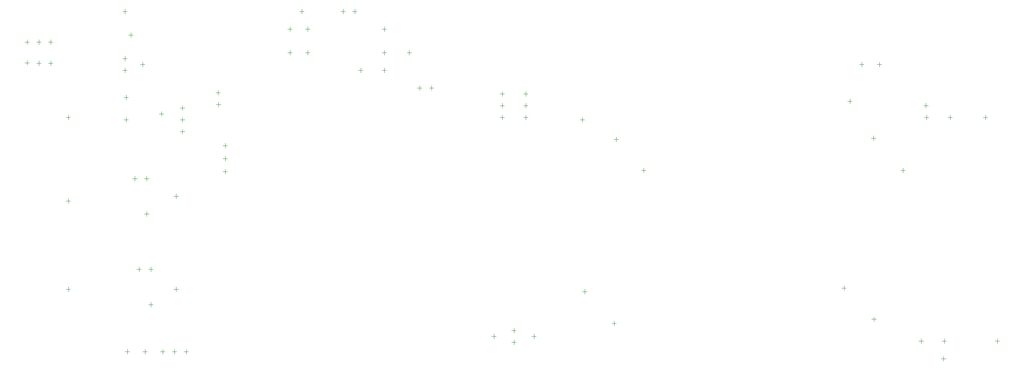
<source format=gbr>
G04*
G04 #@! TF.GenerationSoftware,Altium Limited,Altium Designer,24.1.2 (44)*
G04*
G04 Layer_Color=0*
%FSLAX25Y25*%
%MOIN*%
G70*
G04*
G04 #@! TF.SameCoordinates,DAD59E85-0841-476F-99BD-E5F442491B29*
G04*
G04*
G04 #@! TF.FilePolarity,Positive*
G04*
G01*
G75*
%ADD14C,0.00394*%
%ADD74C,0.00197*%
D14*
X1564921Y526398D02*
X1568858D01*
X1566890Y524429D02*
Y528366D01*
X1468032Y545000D02*
X1471968D01*
X1470000Y543032D02*
Y546969D01*
X1468032Y565000D02*
X1471968D01*
X1470000Y563031D02*
Y566968D01*
X1468032Y555000D02*
X1471968D01*
X1470000Y553031D02*
Y556968D01*
X1488031Y555000D02*
X1491969D01*
X1490000Y553031D02*
Y556968D01*
X1488031Y545000D02*
X1491969D01*
X1490000Y543032D02*
Y546969D01*
X1488031Y565000D02*
X1491969D01*
X1490000Y563031D02*
Y566968D01*
X1149032Y562000D02*
X1152969D01*
X1151000Y560032D02*
Y563969D01*
X1368032Y620000D02*
X1371968D01*
X1370000Y618032D02*
Y621969D01*
X1783480Y373546D02*
X1787417D01*
X1785448Y371578D02*
Y375515D01*
X1829488Y553031D02*
Y556968D01*
X1827520Y555000D02*
X1831457D01*
X1830000Y543032D02*
Y546969D01*
X1828032Y545000D02*
X1831968D01*
X1389331Y600000D02*
X1393268D01*
X1391299Y598032D02*
Y601968D01*
X1298032Y635000D02*
X1301968D01*
X1300000Y633032D02*
Y636969D01*
X1305000Y618032D02*
Y621969D01*
X1303032Y620000D02*
X1306968D01*
X1305000Y598032D02*
Y601968D01*
X1303032Y600000D02*
X1306968D01*
X1335000Y633032D02*
Y636969D01*
X1333031Y635000D02*
X1336969D01*
X1290000Y598032D02*
Y601968D01*
X1288031Y600000D02*
X1291969D01*
X1350000Y583032D02*
Y586969D01*
X1348032Y585000D02*
X1351968D01*
X1368032D02*
X1371968D01*
X1370000Y583032D02*
Y586969D01*
X1345000Y633032D02*
Y636969D01*
X1343032Y635000D02*
X1346968D01*
X1368032Y600000D02*
X1371968D01*
X1370000Y598032D02*
Y601968D01*
X1077000Y607031D02*
Y610968D01*
X1075031Y609000D02*
X1078969D01*
X1067000Y607031D02*
Y610968D01*
X1065032Y609000D02*
X1068968D01*
X1087000Y607031D02*
Y610968D01*
X1085032Y609000D02*
X1088968D01*
X1290000Y618032D02*
Y621969D01*
X1288031Y620000D02*
X1291969D01*
X1191429Y399110D02*
X1195366D01*
X1193398Y397142D02*
Y401079D01*
X1172000Y414032D02*
Y417969D01*
X1170032Y416000D02*
X1173969D01*
X1162000Y414032D02*
Y417969D01*
X1160032Y416000D02*
X1163968D01*
X1785181Y525367D02*
Y529304D01*
X1783212Y527335D02*
X1787149D01*
X1878032Y545000D02*
X1881968D01*
X1880000Y543032D02*
Y546969D01*
X1848031Y545000D02*
X1851969D01*
X1850000Y543032D02*
Y546969D01*
X1790000Y588031D02*
Y591968D01*
X1788032Y590000D02*
X1791969D01*
X1190032Y346000D02*
X1193968D01*
X1192000Y344032D02*
Y347969D01*
X1180031Y346000D02*
X1183969D01*
X1182000Y344032D02*
Y347969D01*
X1200031Y346000D02*
X1203969D01*
X1202000Y344032D02*
Y347969D01*
X1149032Y543000D02*
X1152969D01*
X1151000Y541032D02*
Y544969D01*
X1773031Y590000D02*
X1776969D01*
X1775000Y588031D02*
Y591968D01*
X1085032Y591000D02*
X1088968D01*
X1087000Y589032D02*
Y592969D01*
X1065032Y591488D02*
X1068968D01*
X1067000Y589520D02*
Y593457D01*
X1075031Y591000D02*
X1078969D01*
X1077000Y589032D02*
Y592969D01*
X1565000Y368032D02*
Y371969D01*
X1563031Y370000D02*
X1566969D01*
X1150000Y583032D02*
Y586969D01*
X1148032Y585000D02*
X1151968D01*
X1155000Y613031D02*
Y616968D01*
X1153032Y615000D02*
X1156968D01*
X1150000Y593032D02*
Y596969D01*
X1148032Y595000D02*
X1151968D01*
X1229488Y554032D02*
Y557969D01*
X1227520Y556000D02*
X1231457D01*
X1229000Y564032D02*
Y567969D01*
X1227032Y566000D02*
X1230968D01*
X1480000Y362032D02*
Y365968D01*
X1478032Y364000D02*
X1481968D01*
X1480000Y352031D02*
Y355968D01*
X1478032Y354000D02*
X1481968D01*
X1588031Y500000D02*
X1591969D01*
X1590000Y498032D02*
Y501968D01*
X1808031Y500000D02*
X1811968D01*
X1810000Y498032D02*
Y501968D01*
X1495032Y359000D02*
X1498969D01*
X1497000Y357031D02*
Y360968D01*
X1461032Y359000D02*
X1464968D01*
X1463000Y357031D02*
Y360968D01*
X1193398Y475921D02*
Y479858D01*
X1191429Y477890D02*
X1195366D01*
X1166429Y492890D02*
X1170366D01*
X1168398Y490921D02*
Y494858D01*
X1156429Y492890D02*
X1160366D01*
X1158398Y490921D02*
Y494858D01*
X1890000Y353031D02*
Y356968D01*
X1888032Y355000D02*
X1891969D01*
X1235000Y519031D02*
Y522968D01*
X1233031Y521000D02*
X1236969D01*
X1235000Y508032D02*
Y511969D01*
X1233031Y510000D02*
X1236969D01*
X1845000Y353031D02*
Y356968D01*
X1843032Y355000D02*
X1846968D01*
X1844488Y338032D02*
Y341968D01*
X1842520Y340000D02*
X1846457D01*
X1235000Y497031D02*
Y500969D01*
X1233031Y499000D02*
X1236969D01*
X1825512Y353031D02*
Y356968D01*
X1823543Y355000D02*
X1827480D01*
X1398032Y570000D02*
X1401968D01*
X1400000Y568032D02*
Y571969D01*
X1408031Y570000D02*
X1411969D01*
X1410000Y568032D02*
Y571969D01*
X1538000Y541032D02*
Y544969D01*
X1536032Y543000D02*
X1539968D01*
X1763032Y558701D02*
X1766969D01*
X1765000Y556732D02*
Y560669D01*
X1198701Y551031D02*
Y554969D01*
X1196732Y553000D02*
X1200669D01*
X1538031Y397011D02*
X1541969D01*
X1540000Y395042D02*
Y398979D01*
X1758031Y400000D02*
X1761968D01*
X1760000Y398031D02*
Y401968D01*
X1179031Y548000D02*
X1182969D01*
X1181000Y546032D02*
Y549968D01*
X1198701Y541032D02*
Y544969D01*
X1196732Y543000D02*
X1200669D01*
X1198701Y531032D02*
Y534969D01*
X1196732Y533000D02*
X1200669D01*
X1163031Y590000D02*
X1166969D01*
X1165000Y588031D02*
Y591968D01*
X1148032Y635000D02*
X1151968D01*
X1150000Y633032D02*
Y636969D01*
D74*
X1165032Y346000D02*
X1168968D01*
X1167000Y344032D02*
Y347969D01*
X1150031Y346000D02*
X1153969D01*
X1152000Y344032D02*
Y347969D01*
X1102000Y397031D02*
Y400969D01*
X1100031Y399000D02*
X1103969D01*
X1102000Y472031D02*
Y475969D01*
X1100031Y474000D02*
X1103969D01*
X1102000Y543032D02*
Y546969D01*
X1100031Y545000D02*
X1103969D01*
X1170032Y386000D02*
X1173969D01*
X1172000Y384032D02*
Y387968D01*
X1166429Y462890D02*
X1170366D01*
X1168398Y460921D02*
Y464858D01*
M02*

</source>
